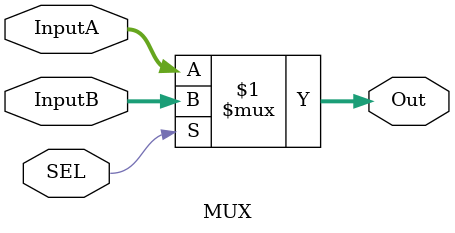
<source format=v>
`timescale 1ns / 1ps


module MUX #(parameter LEN = 32)(input [LEN-1:0] InputA, input [LEN-1:0] InputB, input SEL, output [LEN-1:0] Out);

assign Out = (SEL) ? InputB:InputA; //Si SEL es igual a 1 entonces Out sera igual a InputB

endmodule

</source>
